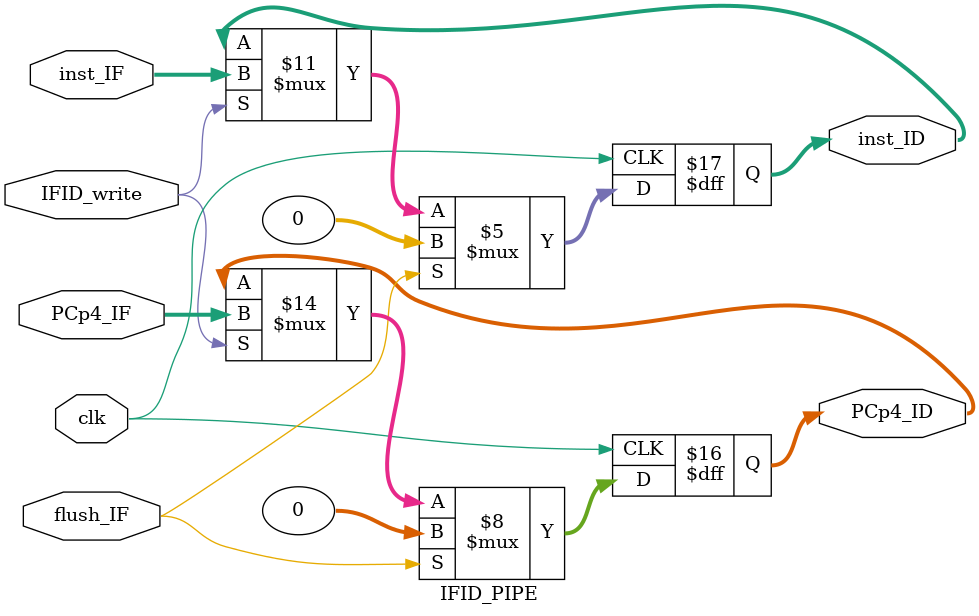
<source format=v>
module IFID_PIPE(PCp4_ID, inst_ID, PCp4_IF, inst_IF, flush_IF, IFID_write, clk);

    input[31:0] PCp4_IF, inst_IF;
    input flush_IF, IFID_write;
    input clk;
    output[31:0] PCp4_ID, inst_ID;

    reg [31:0] PCp4_ID, inst_ID;
    
    initial begin
        PCp4_ID=0;
        inst_ID=0;
    end

    always @(posedge clk) begin
        if (IFID_write) begin
            PCp4_ID=PCp4_IF;
            inst_ID=inst_IF;
        end
        if (flush_IF==1) begin
            PCp4_ID=0;
            inst_ID=0;
        end
        //$display("IFID: PC_p4:%h inst:%b", PCp4_ID, inst_ID);
    end
endmodule


</source>
